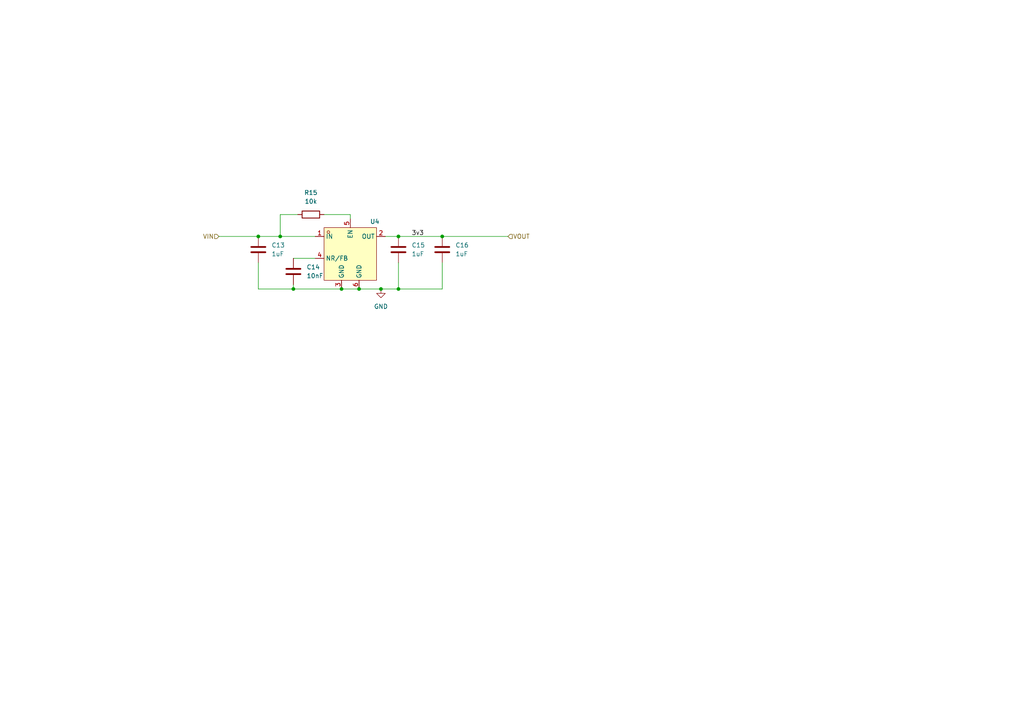
<source format=kicad_sch>
(kicad_sch (version 20250114) (generator "eeschema") (generator_version "9.0")
  (paper "A4")
  (lib_symbols
    (symbol "Device:C" (pin_numbers (hide yes)) (pin_names (offset 0.254))
      (property "Reference" "C" (at 0.635 2.54 0))
      (property "Value" "C" (at 0.635 -2.54 0))
      (symbol "C_0_1"
        (polyline (pts (xy -2.032 0.762) (xy 2.032 0.762)) (stroke (width 0.508)))
        (polyline (pts (xy -2.032 -0.762) (xy 2.032 -0.762)) (stroke (width 0.508)))
      )
      (symbol "C_1_1"
        (pin passive line (at 0 3.81 270) (length 2.794) (name "~") (number "1"))
        (pin passive line (at 0 -3.81 90) (length 2.794) (name "~") (number "2"))
      )
    )
    (symbol "Device:R" (pin_numbers (hide yes)) (pin_names (offset 0))
      (property "Reference" "R" (at 2.032 0 90))
      (property "Value" "R" (at 0 0 90))
      (symbol "R_0_1"
        (rectangle (start -1.016 -2.54) (end 1.016 2.54) (stroke (width 0.254)))
      )
      (symbol "R_1_1"
        (pin passive line (at 0 3.81 270) (length 1.27) (name "~") (number "1"))
        (pin passive line (at 0 -3.81 90) (length 1.27) (name "~") (number "2"))
      )
    )
    (symbol "easyeda2kicad:TPS73733DCQ_C5220270"
      (property "Reference" "U" (at 0 10.16 0))
      (property "Value" "TPS73733DCQ_C5220270" (at 0 -10.16 0))
      (symbol "TPS73733DCQ_C5220270_0_1"
        (rectangle (start -7.62 7.62) (end 7.62 -7.62) (fill (type background)))
        (circle (center -6.35 6.35) (radius 0.38))
        (pin unspecified line (at -10.16 5.08 0) (length 2.54) (name "IN") (number "1"))
        (pin unspecified line (at -10.16 -1.27 0) (length 2.54) (name "NR/FB") (number "4"))
        (pin unspecified line (at -2.54 -10.16 90) (length 2.54) (name "GND") (number "3"))
        (pin unspecified line (at 0 10.16 270) (length 2.54) (name "EN") (number "5"))
        (pin unspecified line (at 2.54 -10.16 90) (length 2.54) (name "GND") (number "6"))
        (pin unspecified line (at 10.16 5.08 180) (length 2.54) (name "OUT") (number "2"))
      )
    )
    (symbol "power:GND" (power) (pin_numbers (hide yes)) (pin_names (offset 0) (hide yes))
      (property "Value" "GND" (at 0 -3.81 0))
      (symbol "GND_0_1"
        (polyline (pts (xy 0 0) (xy 0 -1.27) (xy 1.27 -1.27) (xy 0 -2.54) (xy -1.27 -1.27) (xy 0 -1.27)))
      )
      (symbol "GND_1_1"
        (pin power_in line (at 0 0 270) (length 0) (name "~") (number "1"))
      )
    )
  )
  (junction (at 85.09 83.82))
  (junction (at 74.93 68.58))
  (junction (at 99.06 83.82))
  (junction (at 81.28 68.58))
  (junction (at 128.27 68.58))
  (junction (at 104.14 83.82))
  (junction (at 115.57 83.82))
  (junction (at 115.57 68.58))
  (junction (at 110.49 83.82))
  (wire (pts (xy 115.57 83.82) (xy 110.49 83.82)))
  (wire (pts (xy 86.36 62.23) (xy 81.28 62.23)))
  (wire (pts (xy 74.93 68.58) (xy 81.28 68.58)))
  (wire (pts (xy 85.09 82.55) (xy 85.09 83.82)))
  (wire (pts (xy 115.57 76.2) (xy 115.57 83.82)))
  (wire (pts (xy 128.27 76.2) (xy 128.27 83.82)))
  (wire (pts (xy 111.76 68.58) (xy 115.57 68.58)))
  (wire (pts (xy 81.28 68.58) (xy 91.44 68.58)))
  (wire (pts (xy 128.27 68.58) (xy 147.32 68.58)))
  (wire (pts (xy 110.49 83.82) (xy 104.14 83.82)))
  (wire (pts (xy 115.57 68.58) (xy 128.27 68.58)))
  (wire (pts (xy 74.93 83.82) (xy 85.09 83.82)))
  (wire (pts (xy 93.98 62.23) (xy 101.6 62.23)))
  (wire (pts (xy 74.93 76.2) (xy 74.93 83.82)))
  (wire (pts (xy 85.09 83.82) (xy 99.06 83.82)))
  (wire (pts (xy 101.6 62.23) (xy 101.6 63.5)))
  (wire (pts (xy 63.5 68.58) (xy 74.93 68.58)))
  (wire (pts (xy 115.57 83.82) (xy 128.27 83.82)))
  (wire (pts (xy 99.06 83.82) (xy 104.14 83.82)))
  (wire (pts (xy 85.09 74.93) (xy 91.44 74.93)))
  (wire (pts (xy 81.28 62.23) (xy 81.28 68.58)))
  (label "3v3" (at 119.38 68.58 0))
  (hierarchical_label "VIN" (shape input) (at 63.5 68.58 180))
  (hierarchical_label "VOUT" (shape input) (at 147.32 68.58 0))
  (symbol (lib_id "Device:C") (at 85.09 78.74 0) (unit 1)
    (property "Reference" "C14" (at 88.9 77.4699 0) (effects (justify left)))
    (property "Value" "10nF" (at 88.9 80.0099 0) (effects (justify left)))
    (property "Footprint" "Capacitor_SMD:C_0603_1608Metric" (effects (hide yes)))
    (property "Description" "Unpolarized capacitor" (effects (hide yes)))
  )
  (symbol (lib_id "Device:R") (at 90.17 62.23 90) (unit 1)
    (property "Reference" "R15" (at 90.17 55.88 90))
    (property "Value" "10k" (at 90.17 58.42 90))
    (property "Footprint" "Resistor_SMD:R_0603_1608Metric" (effects (hide yes)))
    (property "Description" "Resistor" (effects (hide yes)))
  )
  (symbol (lib_id "Device:C") (at 115.57 72.39 0) (unit 1)
    (property "Reference" "C15" (at 119.38 71.1199 0) (effects (justify left)))
    (property "Value" "1uF" (at 119.38 73.6599 0) (effects (justify left)))
    (property "Footprint" "Capacitor_SMD:C_0603_1608Metric" (effects (hide yes)))
    (property "Description" "Unpolarized capacitor" (effects (hide yes)))
  )
  (symbol (lib_id "easyeda2kicad:TPS73733DCQ_C5220270") (at 101.6 73.66 0) (unit 1)
    (property "Reference" "U4" (at 108.712 64.262 0))
    (property "Value" "TPS73733DCQ_C5220270" (effects (hide yes)))
    (property "Footprint" "easyeda2kicad:SOT-223-6_L6.5-W3.5-P1.27-LS7.0-BR" (effects (hide yes)))
    (property "LCSC Part" "C5220270" (effects (hide yes)))
  )
  (symbol (lib_id "power:GND") (at 110.49 83.82 0) (unit 1)
    (property "Reference" "#PWR017" (effects (hide yes)))
    (property "Value" "GND" (at 110.49 88.9 0))
    (property "Description" "Power symbol creates a global label with name \"GND\" , ground" (effects (hide yes)))
  )
  (symbol (lib_id "Device:C") (at 128.27 72.39 0) (unit 1)
    (property "Reference" "C16" (at 132.08 71.1199 0) (effects (justify left)))
    (property "Value" "1uF" (at 132.08 73.6599 0) (effects (justify left)))
    (property "Footprint" "Capacitor_SMD:C_0603_1608Metric" (effects (hide yes)))
    (property "Description" "Unpolarized capacitor" (effects (hide yes)))
  )
  (symbol (lib_id "Device:C") (at 74.93 72.39 0) (unit 1)
    (property "Reference" "C13" (at 78.74 71.1199 0) (effects (justify left)))
    (property "Value" "1uF" (at 78.74 73.6599 0) (effects (justify left)))
    (property "Footprint" "Capacitor_SMD:C_0603_1608Metric" (effects (hide yes)))
    (property "Description" "Unpolarized capacitor" (effects (hide yes)))
  )
)
</source>
